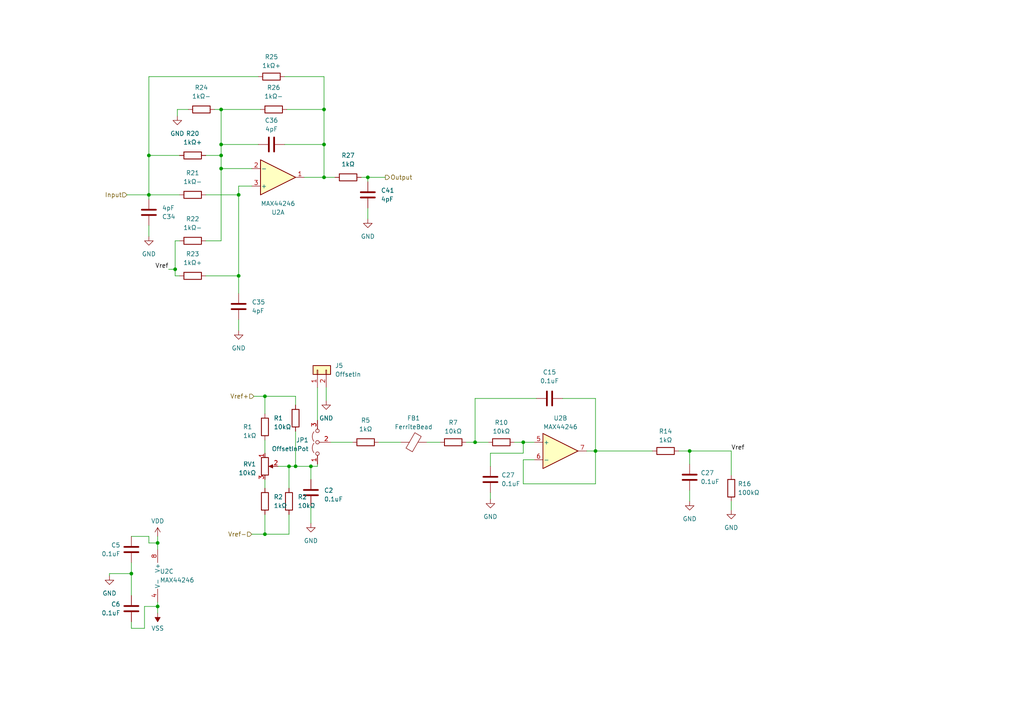
<source format=kicad_sch>
(kicad_sch (version 20230121) (generator eeschema)
  (paper "A4")
  (lib_symbols
    (symbol "Amplifier_Operational1:MAX44246" (pin_names (offset 0.127))
      (property "Reference" "U" (at 2.54 6.35 0))
      (property "Value" "MAX44246" (at 2.54 3.81 0))
      (symbol "MAX44246_1_1"
        (polyline (pts (xy 5.08 0) (xy -5.08 5.08) (xy -5.08 -5.08) (xy 5.08 0)) (stroke (width 0.254)) (fill (type background)))
        (pin output line (at 7.62 0 180) (length 2.54) (name "~") (number "1"))
        (pin input line (at -7.62 -2.54 0) (length 2.54) (name "-") (number "2"))
        (pin input line (at -7.62 2.54 0) (length 2.54) (name "+") (number "3"))
      )
      (symbol "MAX44246_2_1"
        (polyline (pts (xy -5.08 5.08) (xy -5.08 -5.08) (xy 5.08 0) (xy -5.08 5.08)) (stroke (width 0.254)) (fill (type background)))
        (pin input line (at -7.62 2.54 0) (length 2.54) (name "+") (number "5"))
        (pin input line (at -7.62 -2.54 0) (length 2.54) (name "-") (number "6"))
        (pin output line (at 7.62 0 180) (length 2.54) (name "~") (number "7"))
      )
      (symbol "MAX44246_3_1"
        (pin power_in line (at 0 -7.62 90) (length 3.81) (name "V-") (number "4"))
        (pin power_in line (at 0 7.62 270) (length 3.81) (name "V+") (number "8"))
      )
    )
    (symbol "Connector_Generic:Conn_01x02" (pin_names (offset 1.016) hide)
      (property "Reference" "J" (at 0 2.54 0))
      (property "Value" "Conn_01x02" (at 0 -5.08 0))
      (symbol "Conn_01x02_1_1"
        (rectangle (start -1.27 -2.413) (end 0 -2.667) (stroke (width 0.1524)))
        (rectangle (start -1.27 0.127) (end 0 -0.127) (stroke (width 0.1524)))
        (rectangle (start -1.27 1.27) (end 1.27 -3.81) (stroke (width 0.254)) (fill (type background)))
        (pin passive line (at -5.08 0 0) (length 3.81) (name "Pin_1") (number "1"))
        (pin passive line (at -5.08 -2.54 0) (length 3.81) (name "Pin_2") (number "2"))
      )
    )
    (symbol "Device:C" (pin_numbers hide) (pin_names (offset 0.254))
      (property "Reference" "C" (at 0.635 2.54 0))
      (property "Value" "C" (at 0.635 -2.54 0))
      (symbol "C_0_1"
        (polyline (pts (xy -2.032 -0.762) (xy 2.032 -0.762)) (stroke (width 0.508)))
        (polyline (pts (xy -2.032 0.762) (xy 2.032 0.762)) (stroke (width 0.508)))
      )
      (symbol "C_1_1"
        (pin passive line (at 0 3.81 270) (length 2.794) (name "~") (number "1"))
        (pin passive line (at 0 -3.81 90) (length 2.794) (name "~") (number "2"))
      )
    )
    (symbol "Device:FerriteBead" (pin_numbers hide) (pin_names (offset 0))
      (property "Reference" "FB" (at -3.81 0.635 90))
      (property "Value" "FerriteBead" (at 3.81 0 90))
      (symbol "FerriteBead_0_1"
        (polyline (pts (xy 0 -1.27) (xy 0 -1.2192)))
        (polyline (pts (xy 0 1.27) (xy 0 1.2954)))
        (polyline (pts (xy -2.7686 0.4064) (xy -1.7018 2.2606) (xy 2.7686 -0.3048) (xy 1.6764 -2.159) (xy -2.7686 0.4064)))
      )
      (symbol "FerriteBead_1_1"
        (pin passive line (at 0 3.81 270) (length 2.54) (name "~") (number "1"))
        (pin passive line (at 0 -3.81 90) (length 2.54) (name "~") (number "2"))
      )
    )
    (symbol "Device:R" (pin_numbers hide) (pin_names (offset 0))
      (property "Reference" "R" (at 2.032 0 90))
      (property "Value" "R" (at 0 0 90))
      (symbol "R_0_1"
        (rectangle (start -1.016 -2.54) (end 1.016 2.54) (stroke (width 0.254)))
      )
      (symbol "R_1_1"
        (pin passive line (at 0 3.81 270) (length 1.27) (name "~") (number "1"))
        (pin passive line (at 0 -3.81 90) (length 1.27) (name "~") (number "2"))
      )
    )
    (symbol "Device:R_Potentiometer" (pin_names (offset 1.016) hide)
      (property "Reference" "RV" (at -4.445 0 90))
      (property "Value" "R_Potentiometer" (at -2.54 0 90))
      (symbol "R_Potentiometer_0_1"
        (polyline (pts (xy 2.54 0) (xy 1.524 0)))
        (polyline (pts (xy 1.143 0) (xy 2.286 0.508) (xy 2.286 -0.508) (xy 1.143 0)) (fill (type outline)))
        (rectangle (start 1.016 2.54) (end -1.016 -2.54) (stroke (width 0.254)))
      )
      (symbol "R_Potentiometer_1_1"
        (pin passive line (at 0 3.81 270) (length 1.27) (name "1") (number "1"))
        (pin passive line (at 3.81 0 180) (length 1.27) (name "2") (number "2"))
        (pin passive line (at 0 -3.81 90) (length 1.27) (name "3") (number "3"))
      )
    )
    (symbol "Jumper:Jumper_3_Open" (pin_names (offset 0) hide)
      (property "Reference" "JP" (at -2.54 -2.54 0))
      (property "Value" "Jumper_3_Open" (at 0 2.794 0))
      (symbol "Jumper_3_Open_0_0"
        (circle (center -3.302 0) (radius 0.508))
        (circle (center 0 0) (radius 0.508))
        (circle (center 3.302 0) (radius 0.508))
      )
      (symbol "Jumper_3_Open_0_1"
        (arc (start -0.254 1.016) (mid -1.651 1.4992) (end -3.048 1.016))
        (polyline (pts (xy 0 -0.508) (xy 0 -1.27)))
        (arc (start 3.048 1.016) (mid 1.651 1.4992) (end 0.254 1.016))
      )
      (symbol "Jumper_3_Open_1_1"
        (pin passive line (at -6.35 0 0) (length 2.54) (name "A") (number "1"))
        (pin passive line (at 0 -3.81 90) (length 2.54) (name "C") (number "2"))
        (pin passive line (at 6.35 0 180) (length 2.54) (name "B") (number "3"))
      )
    )
    (symbol "MAX44246_1" (pin_names (offset 0.127))
      (property "Reference" "U" (at 2.54 6.35 0))
      (property "Value" "MAX44246" (at 2.54 3.81 0))
      (symbol "MAX44246_1_1_1"
        (polyline (pts (xy 5.08 0) (xy -5.08 5.08) (xy -5.08 -5.08) (xy 5.08 0)) (stroke (width 0.254)) (fill (type background)))
        (pin output line (at 7.62 0 180) (length 2.54) (name "~") (number "1"))
        (pin input line (at -7.62 -2.54 0) (length 2.54) (name "-") (number "2"))
        (pin input line (at -7.62 2.54 0) (length 2.54) (name "+") (number "3"))
      )
      (symbol "MAX44246_1_2_1"
        (polyline (pts (xy -5.08 5.08) (xy -5.08 -5.08) (xy 5.08 0) (xy -5.08 5.08)) (stroke (width 0.254)) (fill (type background)))
        (pin input line (at -7.62 2.54 0) (length 2.54) (name "+") (number "5"))
        (pin input line (at -7.62 -2.54 0) (length 2.54) (name "-") (number "6"))
        (pin output line (at 7.62 0 180) (length 2.54) (name "~") (number "7"))
      )
      (symbol "MAX44246_1_3_1"
        (pin power_in line (at 0 -7.62 90) (length 3.81) (name "V-") (number "4"))
        (pin power_in line (at 0 7.62 270) (length 3.81) (name "V+") (number "8"))
      )
    )
    (symbol "power:GND" (power) (pin_names (offset 0))
      (property "Value" "GND" (at 0 -3.81 0))
      (symbol "GND_0_1"
        (polyline (pts (xy 0 0) (xy 0 -1.27) (xy 1.27 -1.27) (xy 0 -2.54) (xy -1.27 -1.27) (xy 0 -1.27)))
      )
      (symbol "GND_1_1"
        (pin power_in line (at 0 0 270) (length 0) hide (name "GND") (number "1"))
      )
    )
    (symbol "power:VDD" (power) (pin_names (offset 0))
      (property "Value" "VDD" (at 0 3.81 0))
      (symbol "VDD_0_1"
        (polyline (pts (xy -0.762 1.27) (xy 0 2.54)))
        (polyline (pts (xy 0 0) (xy 0 2.54)))
        (polyline (pts (xy 0 2.54) (xy 0.762 1.27)))
      )
      (symbol "VDD_1_1"
        (pin power_in line (at 0 0 90) (length 0) hide (name "VDD") (number "1"))
      )
    )
    (symbol "power:VSS" (power) (pin_names (offset 0))
      (property "Value" "VSS" (at 0 3.81 0))
      (symbol "VSS_0_1"
        (polyline (pts (xy 0 0) (xy 0 2.54)))
        (polyline (pts (xy 0.762 1.27) (xy -0.762 1.27) (xy 0 2.54) (xy 0.762 1.27)) (fill (type outline)))
      )
      (symbol "VSS_1_1"
        (pin power_in line (at 0 0 90) (length 0) hide (name "VSS") (number "1"))
      )
    )
  )
  (junction (at 93.98 31.75))
  (junction (at 137.795 128.27))
  (junction (at 43.18 45.085))
  (junction (at 45.72 157.48))
  (junction (at 43.18 56.515))
  (junction (at 106.68 51.435))
  (junction (at 64.135 48.895))
  (junction (at 38.1 166.37))
  (junction (at 69.215 80.01))
  (junction (at 200.025 130.81))
  (junction (at 64.135 41.91))
  (junction (at 64.135 31.75))
  (junction (at 69.215 56.515))
  (junction (at 151.765 128.27))
  (junction (at 50.8 78.105))
  (junction (at 45.72 175.895))
  (junction (at 90.17 135.255))
  (junction (at 172.72 130.81))
  (junction (at 76.835 154.94))
  (junction (at 83.82 135.255))
  (junction (at 93.98 41.91))
  (junction (at 93.98 51.435))
  (junction (at 64.135 45.085))
  (junction (at 76.835 114.935))
  (junction (at 85.725 135.255))
  (wire (pts (xy 64.135 41.91) (xy 74.93 41.91)))
  (wire (pts (xy 69.215 80.01) (xy 69.215 56.515)))
  (wire (pts (xy 43.18 45.085) (xy 43.18 56.515)))
  (wire (pts (xy 69.215 80.01) (xy 69.215 85.09)))
  (wire (pts (xy 135.255 128.27) (xy 137.795 128.27)))
  (wire (pts (xy 59.69 69.85) (xy 64.135 69.85)))
  (wire (pts (xy 93.98 41.91) (xy 93.98 51.435)))
  (wire (pts (xy 106.68 60.325) (xy 106.68 63.5)))
  (wire (pts (xy 137.795 128.27) (xy 141.605 128.27)))
  (wire (pts (xy 123.825 128.27) (xy 127.635 128.27)))
  (wire (pts (xy 200.025 142.24) (xy 200.025 145.415)))
  (wire (pts (xy 90.17 135.255) (xy 90.17 139.065)))
  (wire (pts (xy 64.135 45.085) (xy 64.135 48.895)))
  (wire (pts (xy 45.72 157.48) (xy 45.72 155.575)))
  (wire (pts (xy 83.82 135.255) (xy 85.725 135.255)))
  (wire (pts (xy 172.72 130.81) (xy 170.18 130.81)))
  (wire (pts (xy 76.835 114.935) (xy 76.835 120.015)))
  (wire (pts (xy 38.1 155.575) (xy 43.18 155.575)))
  (wire (pts (xy 43.18 157.48) (xy 45.72 157.48)))
  (wire (pts (xy 45.72 174.625) (xy 45.72 175.895)))
  (wire (pts (xy 41.91 182.245) (xy 38.1 182.245)))
  (wire (pts (xy 31.75 166.37) (xy 31.75 167.005)))
  (wire (pts (xy 59.69 45.085) (xy 64.135 45.085)))
  (wire (pts (xy 83.82 154.94) (xy 83.82 149.225)))
  (wire (pts (xy 154.94 133.35) (xy 151.765 133.35)))
  (wire (pts (xy 64.135 48.895) (xy 73.025 48.895)))
  (wire (pts (xy 38.1 166.37) (xy 38.1 163.195)))
  (wire (pts (xy 155.575 115.57) (xy 137.795 115.57)))
  (wire (pts (xy 64.135 69.85) (xy 64.135 48.895)))
  (wire (pts (xy 93.98 51.435) (xy 88.265 51.435)))
  (wire (pts (xy 172.72 140.335) (xy 172.72 130.81)))
  (wire (pts (xy 73.66 114.935) (xy 76.835 114.935)))
  (wire (pts (xy 43.18 56.515) (xy 52.07 56.515)))
  (wire (pts (xy 106.68 51.435) (xy 111.76 51.435)))
  (wire (pts (xy 76.835 127.635) (xy 76.835 131.445)))
  (wire (pts (xy 62.23 31.75) (xy 64.135 31.75)))
  (wire (pts (xy 43.18 56.515) (xy 43.18 57.785)))
  (wire (pts (xy 36.83 56.515) (xy 43.18 56.515)))
  (wire (pts (xy 80.645 135.255) (xy 83.82 135.255)))
  (wire (pts (xy 85.725 135.255) (xy 90.17 135.255)))
  (wire (pts (xy 73.025 154.94) (xy 76.835 154.94)))
  (wire (pts (xy 38.1 166.37) (xy 38.1 172.72)))
  (wire (pts (xy 90.17 135.255) (xy 92.075 135.255)))
  (wire (pts (xy 69.215 53.975) (xy 73.025 53.975)))
  (wire (pts (xy 43.18 65.405) (xy 43.18 68.58)))
  (wire (pts (xy 151.765 131.445) (xy 151.765 128.27)))
  (wire (pts (xy 41.91 175.895) (xy 41.91 182.245)))
  (wire (pts (xy 172.72 130.81) (xy 189.23 130.81)))
  (wire (pts (xy 151.765 128.27) (xy 154.94 128.27)))
  (wire (pts (xy 48.895 78.105) (xy 50.8 78.105)))
  (wire (pts (xy 51.435 31.75) (xy 51.435 33.655)))
  (wire (pts (xy 82.55 41.91) (xy 93.98 41.91)))
  (wire (pts (xy 196.85 130.81) (xy 200.025 130.81)))
  (wire (pts (xy 50.8 69.85) (xy 50.8 78.105)))
  (wire (pts (xy 45.72 175.895) (xy 41.91 175.895)))
  (wire (pts (xy 64.135 41.91) (xy 64.135 45.085)))
  (wire (pts (xy 82.55 22.225) (xy 93.98 22.225)))
  (wire (pts (xy 212.09 130.81) (xy 212.09 137.795)))
  (wire (pts (xy 104.775 51.435) (xy 106.68 51.435)))
  (wire (pts (xy 45.72 175.895) (xy 45.72 177.8)))
  (wire (pts (xy 106.68 51.435) (xy 106.68 52.705)))
  (wire (pts (xy 83.82 135.255) (xy 83.82 141.605)))
  (wire (pts (xy 149.225 128.27) (xy 151.765 128.27)))
  (wire (pts (xy 69.215 92.71) (xy 69.215 95.885)))
  (wire (pts (xy 76.835 114.935) (xy 85.725 114.935)))
  (wire (pts (xy 142.24 131.445) (xy 151.765 131.445)))
  (wire (pts (xy 151.765 140.335) (xy 172.72 140.335)))
  (wire (pts (xy 142.24 142.875) (xy 142.24 144.78)))
  (wire (pts (xy 92.075 112.395) (xy 92.075 121.92)))
  (wire (pts (xy 31.75 166.37) (xy 38.1 166.37)))
  (wire (pts (xy 43.18 155.575) (xy 43.18 157.48)))
  (wire (pts (xy 93.98 22.225) (xy 93.98 31.75)))
  (wire (pts (xy 90.17 146.685) (xy 90.17 151.765)))
  (wire (pts (xy 59.69 80.01) (xy 69.215 80.01)))
  (wire (pts (xy 76.835 149.225) (xy 76.835 154.94)))
  (wire (pts (xy 43.18 45.085) (xy 52.07 45.085)))
  (wire (pts (xy 94.615 112.395) (xy 94.615 116.205)))
  (wire (pts (xy 74.93 22.225) (xy 43.18 22.225)))
  (wire (pts (xy 142.24 135.255) (xy 142.24 131.445)))
  (wire (pts (xy 212.09 145.415) (xy 212.09 147.955)))
  (wire (pts (xy 83.185 31.75) (xy 93.98 31.75)))
  (wire (pts (xy 172.72 115.57) (xy 172.72 130.81)))
  (wire (pts (xy 92.075 135.255) (xy 92.075 134.62)))
  (wire (pts (xy 200.025 134.62) (xy 200.025 130.81)))
  (wire (pts (xy 43.18 22.225) (xy 43.18 45.085)))
  (wire (pts (xy 85.725 125.095) (xy 85.725 135.255)))
  (wire (pts (xy 93.98 51.435) (xy 97.155 51.435)))
  (wire (pts (xy 50.8 80.01) (xy 52.07 80.01)))
  (wire (pts (xy 200.025 130.81) (xy 212.09 130.81)))
  (wire (pts (xy 51.435 31.75) (xy 54.61 31.75)))
  (wire (pts (xy 50.8 69.85) (xy 52.07 69.85)))
  (wire (pts (xy 102.235 128.27) (xy 95.885 128.27)))
  (wire (pts (xy 137.795 115.57) (xy 137.795 128.27)))
  (wire (pts (xy 76.835 139.065) (xy 76.835 141.605)))
  (wire (pts (xy 50.8 78.105) (xy 50.8 80.01)))
  (wire (pts (xy 69.215 56.515) (xy 69.215 53.975)))
  (wire (pts (xy 45.72 157.48) (xy 45.72 159.385)))
  (wire (pts (xy 151.765 133.35) (xy 151.765 140.335)))
  (wire (pts (xy 85.725 114.935) (xy 85.725 117.475)))
  (wire (pts (xy 75.565 31.75) (xy 64.135 31.75)))
  (wire (pts (xy 109.855 128.27) (xy 116.205 128.27)))
  (wire (pts (xy 76.835 154.94) (xy 83.82 154.94)))
  (wire (pts (xy 38.1 182.245) (xy 38.1 180.34)))
  (wire (pts (xy 93.98 31.75) (xy 93.98 41.91)))
  (wire (pts (xy 163.195 115.57) (xy 172.72 115.57)))
  (wire (pts (xy 64.135 31.75) (xy 64.135 41.91)))
  (wire (pts (xy 59.69 56.515) (xy 69.215 56.515)))
  (label "Vref" (at 212.09 130.81 0))
  (label "Vref" (at 48.895 78.105 180))
  (hierarchical_label "Vref+" (shape input) (at 73.66 114.935 180))
  (hierarchical_label "Vref-" (shape input) (at 73.025 154.94 180))
  (hierarchical_label "Output" (shape output) (at 111.76 51.435 0))
  (hierarchical_label "Input" (shape input) (at 36.83 56.515 180))
  (symbol (lib_id "power:GND") (at 69.215 95.885 0) (unit 1)
    (property "Reference" "#PWR028" (effects hide))
    (property "Value" "GND" (at 69.215 100.965 0))
  )
  (symbol (lib_id "Device:R") (at 76.835 145.415 180) (unit 1)
    (property "Reference" "R2" (at 79.375 144.145 0) (effects (justify right)))
    (property "Value" "1kΩ" (at 79.375 146.685 0) (effects (justify right)))
    (property "Footprint" "Resistor_SMD:R_0805_2012Metric_Pad1.20x1.40mm_HandSolder" (effects hide))
    (instances (project "TransimpedianceAmplifierV2" (path "" (reference "R2") (unit 1)) (path "" (reference "R19") (unit 1))))
  )
  (symbol (lib_id "Device:R") (at 85.725 121.285 0) (unit 1)
    (property "Reference" "R1" (at 79.375 121.285 0) (effects (justify left)))
    (property "Value" "10kΩ" (at 79.375 123.825 0) (effects (justify left)))
    (property "Footprint" "Resistor_SMD:R_0805_2012Metric_Pad1.20x1.40mm_HandSolder" (effects hide))
    (instances (project "TransimpedianceAmplifierV2" (path "" (reference "R1") (unit 1)) (path "" (reference "R23") (unit 1))))
  )
  (symbol (lib_id "Connector_Generic:Conn_01x02") (at 92.075 107.315 90) (unit 1)
    (property "Reference" "J5" (at 97.155 106.045 90) (effects (justify right)))
    (property "Value" "OffsetIn" (at 97.155 108.585 90) (effects (justify right)))
    (property "Footprint" "Connector_PinHeader_2.54mm:PinHeader_1x02_P2.54mm_Vertical" (effects hide))
    (instances (project "TransimpedianceAmplifierV2" (path "" (reference "J5") (unit 1)) (path "" (reference "J9") (unit 1))))
  )
  (symbol (lib_id "Device:R") (at 58.42 31.75 270) (unit 1)
    (property "Reference" "R24" (at 58.42 25.4 90))
    (property "Value" "1kΩ-" (at 58.42 27.94 90))
    (property "Footprint" "Resistor_SMD:R_0805_2012Metric_Pad1.20x1.40mm_HandSolder" (effects hide))
    (instances (project "TransimpedianceAmplifierV2" (path "" (reference "R24") (unit 1)) (path "" (reference "R17") (unit 1))))
  )
  (symbol (lib_name "MAX44246_1") (lib_id "Amplifier_Operational1:MAX44246") (at 80.645 51.435 0) (mirror x) (unit 1)
    (property "Reference" "U2" (at 80.645 61.595 0))
    (property "Value" "MAX44246" (at 80.645 59.055 0))
    (property "Footprint" "Package_SO:TSSOP-8_3x3mm_P0.65mm" (effects hide))
    (property "Datasheet" "https://www.analog.com/media/en/technical-documentation/data-sheets/MAX44241-MAX44246.pdf" (effects hide))
    (instances (project "TransimpedianceAmplifierV2" (path "" (reference "U2") (unit 1)) (path "" (reference "U3") (unit 1))))
  )
  (symbol (lib_id "power:GND") (at 90.17 151.765 0) (unit 1)
    (property "Reference" "#PWR02" (effects hide))
    (property "Value" "GND" (at 90.17 156.845 0))
    (instances (project "TransimpedianceAmplifierV2" (path "" (reference "#PWR02") (unit 1)) (path "" (reference "#PWR029") (unit 1))))
  )
  (symbol (lib_id "power:GND") (at 142.24 144.78 0) (unit 1)
    (property "Reference" "#PWR012" (effects hide))
    (property "Value" "GND" (at 142.24 149.86 0))
    (instances (project "TransimpedianceAmplifierV2" (path "" (reference "#PWR012") (unit 1)) (path "" (reference "#PWR032") (unit 1))))
  )
  (symbol (lib_id "power:GND") (at 212.09 147.955 0) (unit 1)
    (property "Reference" "#PWR019" (effects hide))
    (property "Value" "GND" (at 212.09 153.035 0))
    (instances (project "TransimpedianceAmplifierV2" (path "" (reference "#PWR019") (unit 1)) (path "" (reference "#PWR034") (unit 1))))
  )
  (symbol (lib_id "Device:R") (at 145.415 128.27 270) (unit 1)
    (property "Reference" "R10" (at 145.415 122.555 90))
    (property "Value" "10kΩ" (at 145.415 125.095 90))
    (property "Footprint" "Resistor_SMD:R_0805_2012Metric_Pad1.20x1.40mm_HandSolder" (effects hide))
    (instances (project "TransimpedianceAmplifierV2" (path "" (reference "R10") (unit 1)) (path "" (reference "R27") (unit 1))))
  )
  (symbol (lib_id "power:GND") (at 31.75 167.005 0) (unit 1)
    (property "Reference" "#PWR06" (effects hide))
    (property "Value" "GND" (at 31.75 172.085 0))
    (instances (project "TransimpedianceAmplifierV2" (path "" (reference "#PWR06") (unit 1)) (path "" (reference "#PWR023") (unit 1))))
  )
  (symbol (lib_id "Device:R") (at 100.965 51.435 90) (unit 1)
    (property "Reference" "R27" (at 100.965 45.085 90))
    (property "Value" "1kΩ" (at 100.965 47.625 90))
    (property "Footprint" "Resistor_SMD:R_0805_2012Metric_Pad1.20x1.40mm_HandSolder" (effects hide))
    (instances (project "TransimpedianceAmplifierV2" (path "" (reference "R27") (unit 1)) (path "" (reference "R24") (unit 1))))
  )
  (symbol (lib_id "Device:R") (at 193.04 130.81 90) (unit 1)
    (property "Reference" "R14" (at 193.04 125.095 90))
    (property "Value" "1kΩ" (at 193.04 127.635 90))
    (property "Footprint" "Resistor_SMD:R_0805_2012Metric_Pad1.20x1.40mm_HandSolder" (effects hide))
    (instances (project "TransimpedianceAmplifierV2" (path "" (reference "R14") (unit 1)) (path "" (reference "R28") (unit 1))))
  )
  (symbol (lib_id "Device:R") (at 55.88 56.515 90) (unit 1)
    (property "Reference" "R21" (at 55.88 50.165 90))
    (property "Value" "1kΩ-" (at 55.88 52.705 90))
    (property "Footprint" "Resistor_SMD:R_0805_2012Metric_Pad1.20x1.40mm_HandSolder" (effects hide))
    (instances (project "TransimpedianceAmplifierV2" (path "" (reference "R21") (unit 1)) (path "" (reference "R14") (unit 1))))
  )
  (symbol (lib_id "Device:R") (at 212.09 141.605 180) (unit 1)
    (property "Reference" "R16" (at 213.995 140.335 0) (effects (justify right)))
    (property "Value" "100kΩ" (at 213.995 142.875 0) (effects (justify right)))
    (property "Footprint" "Resistor_SMD:R_0805_2012Metric_Pad1.20x1.40mm_HandSolder" (effects hide))
    (instances (project "TransimpedianceAmplifierV2" (path "" (reference "R16") (unit 1)) (path "" (reference "R29") (unit 1))))
  )
  (symbol (lib_id "power:VSS") (at 45.72 177.8 180) (unit 1)
    (property "Reference" "#PWR09" (effects hide))
    (property "Value" "VSS" (at 45.72 182.245 0))
    (instances (project "TransimpedianceAmplifierV2" (path "" (reference "#PWR09") (unit 1)) (path "" (reference "#PWR026") (unit 1))))
  )
  (symbol (lib_id "Device:C") (at 200.025 138.43 180) (unit 1)
    (property "Reference" "C27" (at 203.2 137.16 0) (effects (justify right)))
    (property "Value" "0.1uF" (at 203.2 139.7 0) (effects (justify right)))
    (property "Footprint" "Capacitor_SMD:C_0805_2012Metric_Pad1.18x1.45mm_HandSolder" (effects hide))
    (instances (project "TransimpedianceAmplifierV2" (path "" (reference "C27") (unit 1)) (path "" (reference "C40") (unit 1))))
  )
  (symbol (lib_id "power:GND") (at 51.435 33.655 0) (unit 1)
    (property "Reference" "#PWR027" (effects hide))
    (property "Value" "GND" (at 51.435 38.735 0))
  )
  (symbol (lib_id "power:GND") (at 43.18 68.58 0) (unit 1)
    (property "Reference" "#PWR024" (effects hide))
    (property "Value" "GND" (at 43.18 73.66 0))
  )
  (symbol (lib_id "Device:C") (at 90.17 142.875 0) (unit 1)
    (property "Reference" "C2" (at 93.98 142.24 0) (effects (justify left)))
    (property "Value" "0.1uF" (at 93.98 144.78 0) (effects (justify left)))
    (property "Footprint" "Capacitor_SMD:C_0805_2012Metric_Pad1.18x1.45mm_HandSolder" (effects hide))
    (instances (project "TransimpedianceAmplifierV2" (path "" (reference "C2") (unit 1)) (path "" (reference "C36") (unit 1))))
  )
  (symbol (lib_id "Device:R") (at 106.045 128.27 270) (unit 1)
    (property "Reference" "R5" (at 106.045 121.92 90))
    (property "Value" "1kΩ" (at 106.045 124.46 90))
    (property "Footprint" "Resistor_SMD:R_0805_2012Metric_Pad1.20x1.40mm_HandSolder" (effects hide))
    (instances (project "TransimpedianceAmplifierV2" (path "" (reference "R5") (unit 1)) (path "" (reference "R25") (unit 1))))
  )
  (symbol (lib_id "power:GND") (at 200.025 145.415 0) (unit 1)
    (property "Reference" "#PWR018" (effects hide))
    (property "Value" "GND" (at 200.025 150.495 0))
    (instances (project "TransimpedianceAmplifierV2" (path "" (reference "#PWR018") (unit 1)) (path "" (reference "#PWR033") (unit 1))))
  )
  (symbol (lib_id "Device:R") (at 131.445 128.27 270) (unit 1)
    (property "Reference" "R7" (at 131.445 122.555 90))
    (property "Value" "10kΩ" (at 131.445 125.095 90))
    (property "Footprint" "Resistor_SMD:R_0805_2012Metric_Pad1.20x1.40mm_HandSolder" (effects hide))
    (instances (project "TransimpedianceAmplifierV2" (path "" (reference "R7") (unit 1)) (path "" (reference "R26") (unit 1))))
  )
  (symbol (lib_id "Device:C") (at 38.1 159.385 0) (mirror x) (unit 1)
    (property "Reference" "C5" (at 34.925 158.115 0) (effects (justify right)))
    (property "Value" "0.1uF" (at 34.925 160.655 0) (effects (justify right)))
    (property "Footprint" "Capacitor_SMD:C_0805_2012Metric_Pad1.18x1.45mm_HandSolder" (effects hide))
    (instances (project "TransimpedianceAmplifierV2" (path "" (reference "C5") (unit 1)) (path "" (reference "C31") (unit 1))))
  )
  (symbol (lib_id "Jumper:Jumper_3_Open") (at 92.075 128.27 90) (unit 1)
    (property "Reference" "JP1" (at 89.535 127.635 90) (effects (justify left)))
    (property "Value" "OffsetInPot" (at 89.535 130.175 90) (effects (justify left)))
    (property "Footprint" "Connector_PinHeader_2.54mm:PinHeader_1x03_P2.54mm_Vertical" (effects hide))
  )
  (symbol (lib_id "Device:C") (at 43.18 61.595 0) (mirror x) (unit 1)
    (property "Reference" "C34" (at 46.99 62.865 0) (effects (justify left)))
    (property "Value" "4pF" (at 46.99 60.325 0) (effects (justify left)))
    (property "Footprint" "Capacitor_SMD:C_0805_2012Metric_Pad1.18x1.45mm_HandSolder" (effects hide))
    (instances (project "TransimpedianceAmplifierV2" (path "" (reference "C34") (unit 1)) (path "" (reference "C33") (unit 1))))
  )
  (symbol (lib_id "power:VDD") (at 45.72 155.575 0) (unit 1)
    (property "Reference" "#PWR08" (effects hide))
    (property "Value" "VDD" (at 45.72 151.13 0))
    (instances (project "TransimpedianceAmplifierV2" (path "" (reference "#PWR08") (unit 1)) (path "" (reference "#PWR025") (unit 1))))
  )
  (symbol (lib_id "Device:R") (at 79.375 31.75 270) (unit 1)
    (property "Reference" "R26" (at 79.375 25.4 90))
    (property "Value" "1kΩ-" (at 79.375 27.94 90))
    (property "Footprint" "Resistor_SMD:R_0805_2012Metric_Pad1.20x1.40mm_HandSolder" (effects hide))
    (instances (project "TransimpedianceAmplifierV2" (path "" (reference "R26") (unit 1)) (path "" (reference "R21") (unit 1))))
  )
  (symbol (lib_id "Device:FerriteBead") (at 120.015 128.27 90) (unit 1)
    (property "Reference" "FB1" (at 119.9642 121.285 90))
    (property "Value" "FerriteBead" (at 119.9642 123.825 90))
    (property "Footprint" "Resistor_SMD:R_0805_2012Metric" (effects hide))
    (instances (project "TransimpedianceAmplifierV2" (path "" (reference "FB1") (unit 1)) (path "" (reference "FB7") (unit 1))))
  )
  (symbol (lib_id "Device:R") (at 55.88 69.85 90) (unit 1)
    (property "Reference" "R22" (at 55.88 63.5 90))
    (property "Value" "1kΩ-" (at 55.88 66.04 90))
    (property "Footprint" "Resistor_SMD:R_0805_2012Metric_Pad1.20x1.40mm_HandSolder" (effects hide))
    (instances (project "TransimpedianceAmplifierV2" (path "" (reference "R22") (unit 1)) (path "" (reference "R15") (unit 1))))
  )
  (symbol (lib_id "Amplifier_Operational1:MAX44246") (at 162.56 130.81 0) (unit 2)
    (property "Reference" "U2" (at 162.56 121.285 0))
    (property "Value" "MAX44246" (at 162.56 123.825 0))
    (property "Footprint" "Package_SO:TSSOP-8_3x3mm_P0.65mm" (effects hide))
    (property "Datasheet" "https://www.analog.com/media/en/technical-documentation/data-sheets/MAX44241-MAX44246.pdf" (effects hide))
    (instances (project "TransimpedianceAmplifierV2" (path "" (reference "U2") (unit 2)) (path "" (reference "U3") (unit 2))))
  )
  (symbol (lib_id "Device:R") (at 55.88 80.01 90) (unit 1)
    (property "Reference" "R23" (at 55.88 73.66 90))
    (property "Value" "1kΩ+" (at 55.88 76.2 90))
    (property "Footprint" "Resistor_SMD:R_0805_2012Metric_Pad1.20x1.40mm_HandSolder" (effects hide))
    (instances (project "TransimpedianceAmplifierV2" (path "" (reference "R23") (unit 1)) (path "" (reference "R16") (unit 1))))
  )
  (symbol (lib_id "Device:R") (at 76.835 123.825 0) (unit 1)
    (property "Reference" "R1" (at 70.485 123.825 0) (effects (justify left)))
    (property "Value" "1kΩ" (at 70.485 126.365 0) (effects (justify left)))
    (property "Footprint" "Resistor_SMD:R_0805_2012Metric_Pad1.20x1.40mm_HandSolder" (effects hide))
    (instances (project "TransimpedianceAmplifierV2" (path "" (reference "R1") (unit 1)) (path "" (reference "R18") (unit 1))))
  )
  (symbol (lib_id "Device:C") (at 159.385 115.57 270) (unit 1)
    (property "Reference" "C15" (at 159.385 107.95 90))
    (property "Value" "0.1uF" (at 159.385 110.49 90))
    (property "Footprint" "Capacitor_SMD:C_0805_2012Metric_Pad1.18x1.45mm_HandSolder" (effects hide))
    (instances (project "TransimpedianceAmplifierV2" (path "" (reference "C15") (unit 1)) (path "" (reference "C39") (unit 1))))
  )
  (symbol (lib_id "Device:R") (at 83.82 145.415 180) (unit 1)
    (property "Reference" "R2" (at 86.36 144.145 0) (effects (justify right)))
    (property "Value" "10kΩ" (at 86.36 146.685 0) (effects (justify right)))
    (property "Footprint" "Resistor_SMD:R_0805_2012Metric_Pad1.20x1.40mm_HandSolder" (effects hide))
    (instances (project "TransimpedianceAmplifierV2" (path "" (reference "R2") (unit 1)) (path "" (reference "R22") (unit 1))))
  )
  (symbol (lib_id "Device:C") (at 69.215 88.9 0) (unit 1)
    (property "Reference" "C35" (at 73.025 87.63 0) (effects (justify left)))
    (property "Value" "4pF" (at 73.025 90.17 0) (effects (justify left)))
    (property "Footprint" "Capacitor_SMD:C_0805_2012Metric_Pad1.18x1.45mm_HandSolder" (effects hide))
    (instances (project "TransimpedianceAmplifierV2" (path "" (reference "C35") (unit 1)) (path "" (reference "C34") (unit 1))))
  )
  (symbol (lib_id "Device:R") (at 78.74 22.225 270) (unit 1)
    (property "Reference" "R25" (at 78.74 16.51 90))
    (property "Value" "1kΩ+" (at 78.74 19.05 90))
    (property "Footprint" "Resistor_SMD:R_0805_2012Metric_Pad1.20x1.40mm_HandSolder" (effects hide))
    (instances (project "TransimpedianceAmplifierV2" (path "" (reference "R25") (unit 1)) (path "" (reference "R20") (unit 1))))
  )
  (symbol (lib_id "Device:C") (at 38.1 176.53 0) (mirror x) (unit 1)
    (property "Reference" "C6" (at 34.925 175.26 0) (effects (justify right)))
    (property "Value" "0.1uF" (at 34.925 177.8 0) (effects (justify right)))
    (property "Footprint" "Capacitor_SMD:C_0805_2012Metric_Pad1.18x1.45mm_HandSolder" (effects hide))
    (instances (project "TransimpedianceAmplifierV2" (path "" (reference "C6") (unit 1)) (path "" (reference "C32") (unit 1))))
  )
  (symbol (lib_id "Device:R_Potentiometer") (at 76.835 135.255 0) (unit 1)
    (property "Reference" "RV1" (at 74.295 134.62 0) (effects (justify right)))
    (property "Value" "10kΩ" (at 74.295 137.16 0) (effects (justify right)))
    (property "Footprint" "Potentiometer_THT:Potentiometer_Bourns_3296W_Vertical" (effects hide))
  )
  (symbol (lib_id "Device:C") (at 142.24 139.065 180) (unit 1)
    (property "Reference" "C27" (at 145.415 137.795 0) (effects (justify right)))
    (property "Value" "0.1uF" (at 145.415 140.335 0) (effects (justify right)))
    (property "Footprint" "Capacitor_SMD:C_0805_2012Metric_Pad1.18x1.45mm_HandSolder" (effects hide))
    (instances (project "TransimpedianceAmplifierV2" (path "" (reference "C27") (unit 1)) (path "" (reference "C38") (unit 1))))
  )
  (symbol (lib_id "Device:C") (at 106.68 56.515 0) (unit 1)
    (property "Reference" "C41" (at 110.49 55.245 0) (effects (justify left)))
    (property "Value" "4pF" (at 110.49 57.785 0) (effects (justify left)))
    (property "Footprint" "Capacitor_SMD:C_0805_2012Metric_Pad1.18x1.45mm_HandSolder" (effects hide))
    (instances (project "TransimpedianceAmplifierV2" (path "" (reference "C41") (unit 1)) (path "" (reference "C37") (unit 1))))
  )
  (symbol (lib_id "Amplifier_Operational1:MAX44246") (at 45.72 167.005 0) (unit 3)
    (property "Reference" "U2" (at 46.355 165.735 0) (effects (justify left)))
    (property "Value" "MAX44246" (at 46.355 168.275 0) (effects (justify left)))
    (property "Footprint" "Package_SO:TSSOP-8_3x3mm_P0.65mm" (effects hide))
    (property "Datasheet" "https://www.analog.com/media/en/technical-documentation/data-sheets/MAX44241-MAX44246.pdf" (effects hide))
    (instances (project "TransimpedianceAmplifierV2" (path "" (reference "U2") (unit 3)) (path "" (reference "U3") (unit 3))))
  )
  (symbol (lib_id "power:GND") (at 94.615 116.205 0) (unit 1)
    (property "Reference" "#PWR05" (effects hide))
    (property "Value" "GND" (at 94.615 121.285 0))
    (instances (project "TransimpedianceAmplifierV2" (path "" (reference "#PWR05") (unit 1)) (path "" (reference "#PWR030") (unit 1))))
  )
  (symbol (lib_id "power:GND") (at 106.68 63.5 0) (unit 1)
    (property "Reference" "#PWR035" (effects hide))
    (property "Value" "GND" (at 106.68 68.58 0))
    (instances (project "TransimpedianceAmplifierV2" (path "" (reference "#PWR035") (unit 1)) (path "" (reference "#PWR031") (unit 1))))
  )
  (symbol (lib_id "Device:C") (at 78.74 41.91 270) (unit 1)
    (property "Reference" "C36" (at 78.74 34.925 90))
    (property "Value" "4pF" (at 78.74 37.465 90))
    (property "Footprint" "Capacitor_SMD:C_0805_2012Metric_Pad1.18x1.45mm_HandSolder" (effects hide))
    (instances (project "TransimpedianceAmplifierV2" (path "" (reference "C36") (unit 1)) (path "" (reference "C35") (unit 1))))
  )
  (symbol (lib_id "Device:R") (at 55.88 45.085 90) (unit 1)
    (property "Reference" "R20" (at 55.88 38.735 90))
    (property "Value" "1kΩ+" (at 55.88 41.275 90))
    (property "Footprint" "Resistor_SMD:R_0805_2012Metric_Pad1.20x1.40mm_HandSolder" (effects hide))
    (instances (project "TransimpedianceAmplifierV2" (path "" (reference "R20") (unit 1)) (path "" (reference "R13") (unit 1))))
  )
)
</source>
